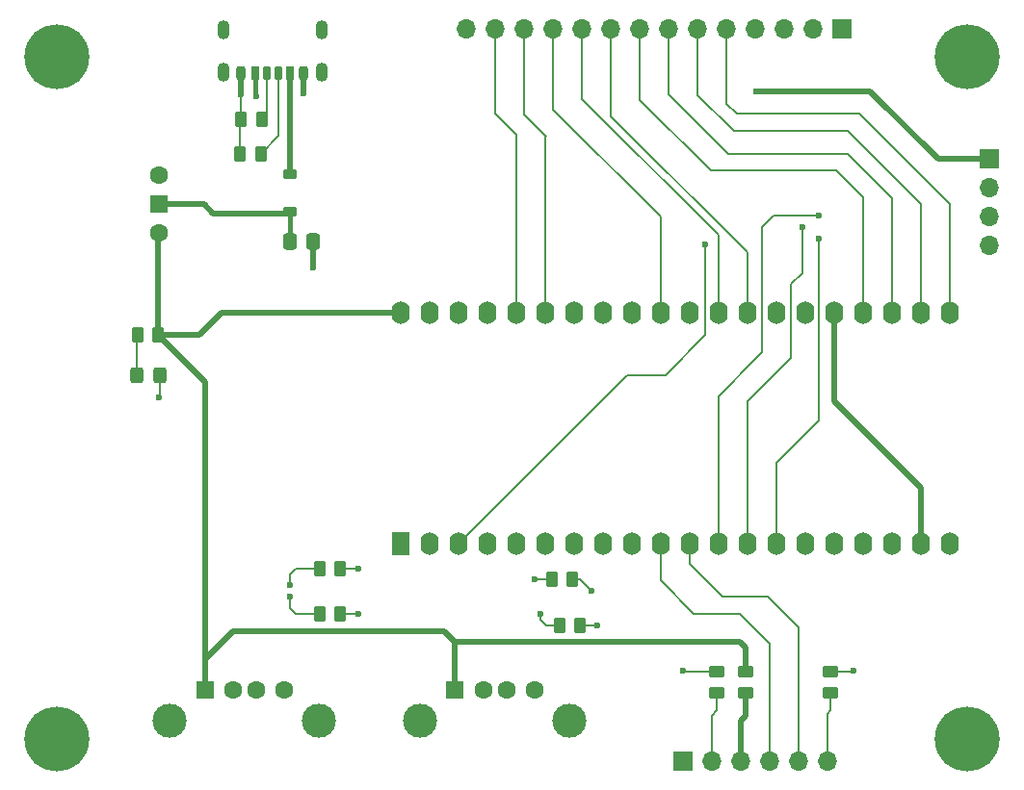
<source format=gbr>
%TF.GenerationSoftware,KiCad,Pcbnew,8.0.3*%
%TF.CreationDate,2024-07-25T17:47:04+02:00*%
%TF.ProjectId,nanoComp,6e616e6f-436f-46d7-902e-6b696361645f,A*%
%TF.SameCoordinates,Original*%
%TF.FileFunction,Copper,L1,Top*%
%TF.FilePolarity,Positive*%
%FSLAX46Y46*%
G04 Gerber Fmt 4.6, Leading zero omitted, Abs format (unit mm)*
G04 Created by KiCad (PCBNEW 8.0.3) date 2024-07-25 17:47:04*
%MOMM*%
%LPD*%
G01*
G04 APERTURE LIST*
G04 Aperture macros list*
%AMRoundRect*
0 Rectangle with rounded corners*
0 $1 Rounding radius*
0 $2 $3 $4 $5 $6 $7 $8 $9 X,Y pos of 4 corners*
0 Add a 4 corners polygon primitive as box body*
4,1,4,$2,$3,$4,$5,$6,$7,$8,$9,$2,$3,0*
0 Add four circle primitives for the rounded corners*
1,1,$1+$1,$2,$3*
1,1,$1+$1,$4,$5*
1,1,$1+$1,$6,$7*
1,1,$1+$1,$8,$9*
0 Add four rect primitives between the rounded corners*
20,1,$1+$1,$2,$3,$4,$5,0*
20,1,$1+$1,$4,$5,$6,$7,0*
20,1,$1+$1,$6,$7,$8,$9,0*
20,1,$1+$1,$8,$9,$2,$3,0*%
G04 Aperture macros list end*
%TA.AperFunction,SMDPad,CuDef*%
%ADD10RoundRect,0.250000X0.262500X0.450000X-0.262500X0.450000X-0.262500X-0.450000X0.262500X-0.450000X0*%
%TD*%
%TA.AperFunction,SMDPad,CuDef*%
%ADD11RoundRect,0.250000X-0.262500X-0.450000X0.262500X-0.450000X0.262500X0.450000X-0.262500X0.450000X0*%
%TD*%
%TA.AperFunction,SMDPad,CuDef*%
%ADD12RoundRect,0.175000X0.175000X0.425000X-0.175000X0.425000X-0.175000X-0.425000X0.175000X-0.425000X0*%
%TD*%
%TA.AperFunction,SMDPad,CuDef*%
%ADD13RoundRect,0.190000X-0.190000X-0.410000X0.190000X-0.410000X0.190000X0.410000X-0.190000X0.410000X0*%
%TD*%
%TA.AperFunction,SMDPad,CuDef*%
%ADD14RoundRect,0.200000X-0.200000X-0.400000X0.200000X-0.400000X0.200000X0.400000X-0.200000X0.400000X0*%
%TD*%
%TA.AperFunction,SMDPad,CuDef*%
%ADD15RoundRect,0.175000X-0.175000X-0.425000X0.175000X-0.425000X0.175000X0.425000X-0.175000X0.425000X0*%
%TD*%
%TA.AperFunction,SMDPad,CuDef*%
%ADD16RoundRect,0.190000X0.190000X0.410000X-0.190000X0.410000X-0.190000X-0.410000X0.190000X-0.410000X0*%
%TD*%
%TA.AperFunction,SMDPad,CuDef*%
%ADD17RoundRect,0.200000X0.200000X0.400000X-0.200000X0.400000X-0.200000X-0.400000X0.200000X-0.400000X0*%
%TD*%
%TA.AperFunction,ComponentPad*%
%ADD18O,1.100000X1.700000*%
%TD*%
%TA.AperFunction,ComponentPad*%
%ADD19R,1.700000X1.700000*%
%TD*%
%TA.AperFunction,ComponentPad*%
%ADD20O,1.700000X1.700000*%
%TD*%
%TA.AperFunction,SMDPad,CuDef*%
%ADD21RoundRect,0.250000X-0.337500X-0.475000X0.337500X-0.475000X0.337500X0.475000X-0.337500X0.475000X0*%
%TD*%
%TA.AperFunction,ComponentPad*%
%ADD22R,1.600000X1.500000*%
%TD*%
%TA.AperFunction,ComponentPad*%
%ADD23C,1.600000*%
%TD*%
%TA.AperFunction,ComponentPad*%
%ADD24C,3.000000*%
%TD*%
%TA.AperFunction,ComponentPad*%
%ADD25C,5.700000*%
%TD*%
%TA.AperFunction,ComponentPad*%
%ADD26R,1.500000X2.000000*%
%TD*%
%TA.AperFunction,ComponentPad*%
%ADD27O,1.600000X2.000000*%
%TD*%
%TA.AperFunction,SMDPad,CuDef*%
%ADD28RoundRect,0.250000X0.325000X0.450000X-0.325000X0.450000X-0.325000X-0.450000X0.325000X-0.450000X0*%
%TD*%
%TA.AperFunction,SMDPad,CuDef*%
%ADD29RoundRect,0.250000X0.450000X-0.262500X0.450000X0.262500X-0.450000X0.262500X-0.450000X-0.262500X0*%
%TD*%
%TA.AperFunction,SMDPad,CuDef*%
%ADD30RoundRect,0.250000X-0.450000X0.262500X-0.450000X-0.262500X0.450000X-0.262500X0.450000X0.262500X0*%
%TD*%
%TA.AperFunction,SMDPad,CuDef*%
%ADD31RoundRect,0.225000X0.375000X-0.225000X0.375000X0.225000X-0.375000X0.225000X-0.375000X-0.225000X0*%
%TD*%
%TA.AperFunction,ComponentPad*%
%ADD32R,1.500000X1.500000*%
%TD*%
%TA.AperFunction,ViaPad*%
%ADD33C,0.600000*%
%TD*%
%TA.AperFunction,Conductor*%
%ADD34C,0.200000*%
%TD*%
%TA.AperFunction,Conductor*%
%ADD35C,0.500000*%
%TD*%
%TA.AperFunction,Conductor*%
%ADD36C,0.400000*%
%TD*%
G04 APERTURE END LIST*
D10*
%TO.P,R10,1*%
%TO.N,/USB_B_D-*%
X130325000Y-110000000D03*
%TO.P,R10,2*%
%TO.N,GND*%
X128500000Y-110000000D03*
%TD*%
D11*
%TO.P,R9,1*%
%TO.N,/USB_B_D+*%
X129175000Y-114000000D03*
%TO.P,R9,2*%
%TO.N,GND*%
X131000000Y-114000000D03*
%TD*%
%TO.P,R8,1*%
%TO.N,/USB_A_D-*%
X108087500Y-109000000D03*
%TO.P,R8,2*%
%TO.N,GND*%
X109912500Y-109000000D03*
%TD*%
%TO.P,R7,1*%
%TO.N,/USB_A_D+*%
X108087500Y-113000000D03*
%TO.P,R7,2*%
%TO.N,GND*%
X109912500Y-113000000D03*
%TD*%
D12*
%TO.P,J1,A5,CC1*%
%TO.N,Net-(J1-CC1)*%
X104447427Y-65461348D03*
D13*
%TO.P,J1,A9,VBUS*%
%TO.N,Net-(D1-A)*%
X102427427Y-65461348D03*
D14*
%TO.P,J1,A12,GND*%
%TO.N,GND*%
X101197427Y-65461348D03*
D15*
%TO.P,J1,B5,CC2*%
%TO.N,Net-(J1-CC2)*%
X103447427Y-65461348D03*
D16*
%TO.P,J1,B9,VBUS*%
%TO.N,Net-(D1-A)*%
X105467427Y-65461348D03*
D17*
%TO.P,J1,B12,GND*%
%TO.N,GND*%
X106697427Y-65461348D03*
D18*
%TO.P,J1,S1,SHIELD*%
X108267427Y-65381348D03*
X108267427Y-61581348D03*
X99627427Y-65381348D03*
X99627427Y-61581348D03*
%TD*%
D19*
%TO.P,J5,1,Pin_1*%
%TO.N,/GPIO0*%
X154040000Y-61500000D03*
D20*
%TO.P,J5,2,Pin_2*%
%TO.N,/GPIO1*%
X151500000Y-61500000D03*
%TO.P,J5,3,Pin_3*%
%TO.N,/GPIO2*%
X148960000Y-61500000D03*
%TO.P,J5,4,Pin_4*%
%TO.N,/GPIO3*%
X146420000Y-61500000D03*
%TO.P,J5,5,Pin_5*%
%TO.N,/GPIO4*%
X143880000Y-61500000D03*
%TO.P,J5,6,Pin_6*%
%TO.N,/GPIO5*%
X141340000Y-61500000D03*
%TO.P,J5,7,Pin_7*%
%TO.N,/GPIO6*%
X138800000Y-61500000D03*
%TO.P,J5,8,Pin_8*%
%TO.N,/GPIO7*%
X136260000Y-61500000D03*
%TO.P,J5,9,Pin_9*%
%TO.N,/GPIO8*%
X133720000Y-61500000D03*
%TO.P,J5,10,Pin_10*%
%TO.N,/GPIO9*%
X131180000Y-61500000D03*
%TO.P,J5,11,Pin_11*%
%TO.N,/GPIO10*%
X128640000Y-61500000D03*
%TO.P,J5,12,Pin_12*%
%TO.N,/GPIO11*%
X126100000Y-61500000D03*
%TO.P,J5,13,Pin_13*%
%TO.N,/GPIO12*%
X123560000Y-61500000D03*
%TO.P,J5,14,Pin_14*%
%TO.N,GND*%
X121020000Y-61500000D03*
%TD*%
D19*
%TO.P,J6,1,Pin_1*%
%TO.N,VCC*%
X167000000Y-72960000D03*
D20*
%TO.P,J6,2,Pin_2*%
%TO.N,GND*%
X167000000Y-75500000D03*
%TO.P,J6,3,Pin_3*%
%TO.N,3V3*%
X167000000Y-78040000D03*
%TO.P,J6,4,Pin_4*%
%TO.N,GND*%
X167000000Y-80580000D03*
%TD*%
D21*
%TO.P,C1,1*%
%TO.N,Net-(D1-K)*%
X105462500Y-80250000D03*
%TO.P,C1,2*%
%TO.N,GND*%
X107537500Y-80250000D03*
%TD*%
D22*
%TO.P,J3,1,VBUS*%
%TO.N,VCC*%
X120000000Y-119700000D03*
D23*
%TO.P,J3,2,D-*%
%TO.N,/USB_B_D-*%
X122500000Y-119700000D03*
%TO.P,J3,3,D+*%
%TO.N,/USB_B_D+*%
X124500000Y-119700000D03*
%TO.P,J3,4,GND*%
%TO.N,GND*%
X127000000Y-119700000D03*
D24*
%TO.P,J3,5,Shield*%
X116930000Y-122410000D03*
X130070000Y-122410000D03*
%TD*%
D25*
%TO.P,H2,1,1*%
%TO.N,GND*%
X85000000Y-124000000D03*
%TD*%
D22*
%TO.P,J2,1,VBUS*%
%TO.N,VCC*%
X98000000Y-119700000D03*
D23*
%TO.P,J2,2,D-*%
%TO.N,/USB_A_D-*%
X100500000Y-119700000D03*
%TO.P,J2,3,D+*%
%TO.N,/USB_A_D+*%
X102500000Y-119700000D03*
%TO.P,J2,4,GND*%
%TO.N,GND*%
X105000000Y-119700000D03*
D24*
%TO.P,J2,5,Shield*%
X94930000Y-122410000D03*
X108070000Y-122410000D03*
%TD*%
D19*
%TO.P,J4,1,Pin_1*%
%TO.N,GND*%
X140000000Y-126000000D03*
D20*
%TO.P,J4,2,Pin_2*%
%TO.N,/CTS#*%
X142540000Y-126000000D03*
%TO.P,J4,3,Pin_3*%
%TO.N,Net-(J4-Pin_3)*%
X145080000Y-126000000D03*
%TO.P,J4,4,Pin_4*%
%TO.N,/TXD*%
X147620000Y-126000000D03*
%TO.P,J4,5,Pin_5*%
%TO.N,/RXD*%
X150160000Y-126000000D03*
%TO.P,J4,6,Pin_6*%
%TO.N,/RTS#*%
X152700000Y-126000000D03*
%TD*%
D10*
%TO.P,R1,1*%
%TO.N,Net-(J1-CC2)*%
X103000000Y-69500000D03*
%TO.P,R1,2*%
%TO.N,GND*%
X101175000Y-69500000D03*
%TD*%
%TO.P,R3,1*%
%TO.N,VCC*%
X93912500Y-88500000D03*
%TO.P,R3,2*%
%TO.N,Net-(D2-A)*%
X92087500Y-88500000D03*
%TD*%
D25*
%TO.P,H1,1,1*%
%TO.N,GND*%
X85000000Y-64000000D03*
%TD*%
%TO.P,H3,1,1*%
%TO.N,GND*%
X165000000Y-124000000D03*
%TD*%
D26*
%TO.P,U1,1,IOT40A*%
%TO.N,/USB_A_D-*%
X115220000Y-106820000D03*
D27*
%TO.P,U1,2,IOT34B*%
%TO.N,/USB_A_D+*%
X117760000Y-106820000D03*
%TO.P,U1,3,IOT34A*%
%TO.N,/GPIO3*%
X120300000Y-106820000D03*
%TO.P,U1,4,IOT4B*%
%TO.N,unconnected-(U1-IOT4B-Pad4)*%
X122840000Y-106820000D03*
%TO.P,U1,5,IOT30A*%
%TO.N,unconnected-(U1-IOT30A-Pad5)*%
X125380000Y-106820000D03*
%TO.P,U1,6,IOL47A*%
%TO.N,unconnected-(U1-IOL47A-Pad6)*%
X127920000Y-106820000D03*
%TO.P,U1,7,IOL47B*%
%TO.N,unconnected-(U1-IOL47B-Pad7)*%
X130460000Y-106820000D03*
%TO.P,U1,8,IOB8A*%
%TO.N,/USB_B_D-*%
X133000000Y-106820000D03*
%TO.P,U1,9,IOB8B*%
%TO.N,/USB_B_D+*%
X135540000Y-106820000D03*
%TO.P,U1,10,IOB6A*%
%TO.N,/TXD*%
X138080000Y-106820000D03*
%TO.P,U1,11,IOB6B*%
%TO.N,/RXD*%
X140620000Y-106820000D03*
%TO.P,U1,12,IOB14A*%
%TO.N,/GPIO0*%
X143160000Y-106820000D03*
%TO.P,U1,13,IOB14B*%
%TO.N,/GPIO1*%
X145700000Y-106820000D03*
%TO.P,U1,14,IOB29A*%
%TO.N,/GPIO2*%
X148240000Y-106820000D03*
%TO.P,U1,15,IOL49A*%
%TO.N,unconnected-(U1-IOL49A-Pad15)*%
X150780000Y-106820000D03*
%TO.P,U1,16,IOL51B*%
%TO.N,unconnected-(U1-IOL51B-Pad16)*%
X153320000Y-106820000D03*
%TO.P,U1,17,IOL51A*%
%TO.N,unconnected-(U1-IOL51A-Pad17)*%
X155860000Y-106820000D03*
%TO.P,U1,18,IOL49B*%
%TO.N,unconnected-(U1-IOL49B-Pad18)*%
X158400000Y-106820000D03*
%TO.P,U1,19,3V3*%
%TO.N,3V3*%
X160940000Y-106820000D03*
%TO.P,U1,20,GND*%
%TO.N,GND*%
X163480000Y-106820000D03*
%TO.P,U1,21,IOR39A*%
%TO.N,/GPIO4*%
X163480000Y-86500000D03*
%TO.P,U1,22,IOR38B*%
%TO.N,/GPIO5*%
X160940000Y-86500000D03*
%TO.P,U1,23,IOT44A*%
%TO.N,/GPIO6*%
X158400000Y-86500000D03*
%TO.P,U1,24,IOT40B*%
%TO.N,/GPIO7*%
X155860000Y-86500000D03*
%TO.P,U1,25,3V3*%
%TO.N,3V3*%
X153320000Y-86500000D03*
%TO.P,U1,26,GND*%
%TO.N,GND*%
X150780000Y-86500000D03*
%TO.P,U1,27,IOT27B*%
%TO.N,unconnected-(U1-IOT27B-Pad27)*%
X148240000Y-86500000D03*
%TO.P,U1,28,IOT4A*%
%TO.N,/GPIO8*%
X145700000Y-86500000D03*
%TO.P,U1,29,IOR49A*%
%TO.N,/GPIO9*%
X143160000Y-86500000D03*
%TO.P,U1,30,IOR36B*%
%TO.N,unconnected-(U1-IOR36B-Pad30)*%
X140620000Y-86500000D03*
%TO.P,U1,31,IOR49B*%
%TO.N,/GPIO10*%
X138080000Y-86500000D03*
%TO.P,U1,32,IOR45A*%
%TO.N,unconnected-(U1-IOR45A-Pad32)*%
X135540000Y-86500000D03*
%TO.P,U1,33,IOR38A*%
%TO.N,unconnected-(U1-IOR38A-Pad33)*%
X133000000Y-86500000D03*
%TO.P,U1,34,IOR36A*%
%TO.N,unconnected-(U1-IOR36A-Pad34)*%
X130460000Y-86500000D03*
%TO.P,U1,35,IOB43A*%
%TO.N,/GPIO11*%
X127920000Y-86500000D03*
%TO.P,U1,36,IOB42B*%
%TO.N,/GPIO12*%
X125380000Y-86500000D03*
%TO.P,U1,37,IOT27A*%
%TO.N,unconnected-(U1-IOT27A-Pad37)*%
X122840000Y-86500000D03*
%TO.P,U1,38,IOT30B*%
%TO.N,unconnected-(U1-IOT30B-Pad38)*%
X120300000Y-86500000D03*
%TO.P,U1,39,GND*%
%TO.N,GND*%
X117760000Y-86500000D03*
%TO.P,U1,40,5V*%
%TO.N,VCC*%
X115220000Y-86500000D03*
%TD*%
D28*
%TO.P,D2,1,K*%
%TO.N,GND*%
X94050000Y-92000000D03*
%TO.P,D2,2,A*%
%TO.N,Net-(D2-A)*%
X92000000Y-92000000D03*
%TD*%
D29*
%TO.P,R4,1*%
%TO.N,Net-(J4-Pin_3)*%
X145500000Y-119912500D03*
%TO.P,R4,2*%
%TO.N,VCC*%
X145500000Y-118087500D03*
%TD*%
D30*
%TO.P,R5,1*%
%TO.N,GND*%
X153000000Y-118087500D03*
%TO.P,R5,2*%
%TO.N,/RTS#*%
X153000000Y-119912500D03*
%TD*%
D31*
%TO.P,D1,1,K*%
%TO.N,Net-(D1-K)*%
X105500000Y-77650000D03*
%TO.P,D1,2,A*%
%TO.N,Net-(D1-A)*%
X105500000Y-74350000D03*
%TD*%
D25*
%TO.P,H4,1,1*%
%TO.N,GND*%
X165000000Y-64000000D03*
%TD*%
D10*
%TO.P,R2,1*%
%TO.N,Net-(J1-CC1)*%
X102912500Y-72500000D03*
%TO.P,R2,2*%
%TO.N,GND*%
X101087500Y-72500000D03*
%TD*%
D32*
%TO.P,SW1,1,B*%
%TO.N,Net-(D1-K)*%
X94000000Y-76960000D03*
D23*
%TO.P,SW1,2,C*%
%TO.N,unconnected-(SW1-C-Pad2)*%
X94000000Y-74420000D03*
%TO.P,SW1,3,A*%
%TO.N,VCC*%
X94000000Y-79500000D03*
%TD*%
D30*
%TO.P,R6,1*%
%TO.N,GND*%
X143000000Y-118087500D03*
%TO.P,R6,2*%
%TO.N,/CTS#*%
X143000000Y-119912500D03*
%TD*%
D33*
%TO.N,/USB_B_D+*%
X127500000Y-113000000D03*
%TO.N,GND*%
X132500000Y-114000000D03*
X127000000Y-110000000D03*
%TO.N,/USB_B_D-*%
X132000000Y-111000000D03*
%TO.N,/USB_A_D+*%
X105500000Y-111500000D03*
%TO.N,GND*%
X111500000Y-113000000D03*
X111500000Y-109000000D03*
%TO.N,/USB_A_D-*%
X105500000Y-110500000D03*
%TO.N,GND*%
X101197427Y-67302573D03*
X155000000Y-118000000D03*
X140000000Y-118000000D03*
X107500000Y-82500000D03*
X94000000Y-94000000D03*
X106697427Y-67197427D03*
%TO.N,Net-(D1-A)*%
X105500000Y-67500000D03*
X102500000Y-67500000D03*
%TO.N,VCC*%
X146500000Y-67000000D03*
%TO.N,/GPIO0*%
X152000000Y-78000000D03*
%TO.N,/GPIO1*%
X150500000Y-79000000D03*
%TO.N,/GPIO3*%
X142000000Y-80500000D03*
%TO.N,/GPIO2*%
X152000000Y-80000000D03*
%TD*%
D34*
%TO.N,/USB_B_D+*%
X128000000Y-114000000D02*
X127500000Y-113500000D01*
X129175000Y-114000000D02*
X128000000Y-114000000D01*
X127500000Y-113500000D02*
X127500000Y-113000000D01*
%TO.N,GND*%
X131000000Y-114000000D02*
X132500000Y-114000000D01*
X128500000Y-110000000D02*
X127000000Y-110000000D01*
%TO.N,/USB_B_D-*%
X130325000Y-110000000D02*
X131000000Y-110000000D01*
X131000000Y-110000000D02*
X132000000Y-111000000D01*
%TO.N,/USB_A_D+*%
X106000000Y-113000000D02*
X105500000Y-112500000D01*
X108087500Y-113000000D02*
X106000000Y-113000000D01*
X105500000Y-112500000D02*
X105500000Y-111500000D01*
%TO.N,GND*%
X109912500Y-113000000D02*
X111500000Y-113000000D01*
X109912500Y-109000000D02*
X111500000Y-109000000D01*
%TO.N,/USB_A_D-*%
X106000000Y-109000000D02*
X105500000Y-109500000D01*
X105500000Y-109500000D02*
X105500000Y-110500000D01*
X108087500Y-109000000D02*
X106000000Y-109000000D01*
D35*
%TO.N,Net-(D1-K)*%
X105500000Y-77750000D02*
X98750000Y-77750000D01*
D34*
X105500000Y-77750000D02*
X105500000Y-77500000D01*
D36*
X105462500Y-78537500D02*
X105462500Y-80250000D01*
D35*
X98750000Y-77750000D02*
X97960000Y-76960000D01*
D36*
X105500000Y-77750000D02*
X105500000Y-78500000D01*
D35*
X97960000Y-76960000D02*
X94000000Y-76960000D01*
D34*
X105500000Y-78500000D02*
X105462500Y-78537500D01*
%TO.N,GND*%
X153000000Y-118087500D02*
X154912500Y-118087500D01*
X140087500Y-118087500D02*
X140000000Y-118000000D01*
X107537500Y-82462500D02*
X107500000Y-82500000D01*
D35*
X106697427Y-67197427D02*
X106697427Y-65461348D01*
D34*
X101175000Y-67325000D02*
X101197427Y-67302573D01*
D35*
X101197427Y-67302573D02*
X101197427Y-65461348D01*
D34*
X94050000Y-93950000D02*
X94000000Y-94000000D01*
X101175000Y-69500000D02*
X101175000Y-67325000D01*
X101087500Y-69587500D02*
X101175000Y-69500000D01*
X154912500Y-118087500D02*
X155000000Y-118000000D01*
D35*
X107537500Y-80250000D02*
X107537500Y-82462500D01*
D34*
X101087500Y-72500000D02*
X101087500Y-69587500D01*
X143000000Y-118087500D02*
X140087500Y-118087500D01*
X94050000Y-92000000D02*
X94050000Y-93950000D01*
D36*
%TO.N,Net-(D1-A)*%
X102427427Y-65461348D02*
X102427427Y-67427427D01*
D34*
X102427427Y-67427427D02*
X102500000Y-67500000D01*
D35*
X105467427Y-74317427D02*
X105500000Y-74350000D01*
X105467427Y-65461348D02*
X105467427Y-74317427D01*
D34*
%TO.N,Net-(D2-A)*%
X92000000Y-88500000D02*
X92000000Y-92000000D01*
X92087500Y-88500000D02*
X92000000Y-88500000D01*
D35*
%TO.N,VCC*%
X120000000Y-115500000D02*
X119000000Y-114500000D01*
D34*
X94000000Y-80000000D02*
X93912500Y-80087500D01*
D35*
X145500000Y-118087500D02*
X145500000Y-116000000D01*
X145500000Y-116000000D02*
X145000000Y-115500000D01*
X97500000Y-88500000D02*
X93912500Y-88500000D01*
X115220000Y-86500000D02*
X99500000Y-86500000D01*
X120000000Y-119140000D02*
X120000000Y-115500000D01*
D34*
X98000000Y-117000000D02*
X98000000Y-119140000D01*
D35*
X162460000Y-72960000D02*
X167000000Y-72960000D01*
X145000000Y-115500000D02*
X120000000Y-115500000D01*
D34*
X94000000Y-79500000D02*
X94000000Y-80000000D01*
D35*
X146500000Y-67000000D02*
X156500000Y-67000000D01*
X119000000Y-114500000D02*
X100500000Y-114500000D01*
X156500000Y-67000000D02*
X162460000Y-72960000D01*
X100500000Y-114500000D02*
X98000000Y-117000000D01*
X93912500Y-80087500D02*
X93912500Y-88500000D01*
X99500000Y-86500000D02*
X97500000Y-88500000D01*
X98000000Y-119140000D02*
X98000000Y-92587500D01*
X98000000Y-92587500D02*
X93912500Y-88500000D01*
D34*
%TO.N,Net-(J1-CC2)*%
X103447427Y-69052573D02*
X103000000Y-69500000D01*
X103447427Y-65461348D02*
X103447427Y-69052573D01*
%TO.N,Net-(J1-CC1)*%
X104447427Y-65461348D02*
X104447427Y-70965073D01*
X104447427Y-70965073D02*
X102912500Y-72500000D01*
%TO.N,/RTS#*%
X153000000Y-121500000D02*
X153000000Y-119912500D01*
X152700000Y-126000000D02*
X152700000Y-121800000D01*
X152700000Y-121800000D02*
X153000000Y-121500000D01*
%TO.N,/RXD*%
X147500000Y-111500000D02*
X150160000Y-114160000D01*
X140620000Y-106820000D02*
X140620000Y-108620000D01*
X143500000Y-111500000D02*
X147500000Y-111500000D01*
X140620000Y-108620000D02*
X143500000Y-111500000D01*
X150160000Y-114160000D02*
X150160000Y-126000000D01*
%TO.N,/TXD*%
X147620000Y-115620000D02*
X145000000Y-113000000D01*
X138080000Y-110080000D02*
X138080000Y-106820000D01*
X147620000Y-126000000D02*
X147620000Y-115620000D01*
X145000000Y-113000000D02*
X141000000Y-113000000D01*
X141000000Y-113000000D02*
X138080000Y-110080000D01*
%TO.N,/CTS#*%
X142540000Y-126000000D02*
X142540000Y-121960000D01*
X142540000Y-121960000D02*
X143000000Y-121500000D01*
X143000000Y-121500000D02*
X143000000Y-119912500D01*
D35*
%TO.N,Net-(J4-Pin_3)*%
X145080000Y-122420000D02*
X145500000Y-122000000D01*
X145500000Y-122000000D02*
X145500000Y-119912500D01*
X145080000Y-126000000D02*
X145080000Y-122420000D01*
D34*
%TO.N,/GPIO8*%
X145700000Y-81200000D02*
X145700000Y-86500000D01*
X133720000Y-69220000D02*
X145700000Y-81200000D01*
X133720000Y-61500000D02*
X133720000Y-69220000D01*
%TO.N,/GPIO4*%
X163480000Y-76980000D02*
X155500000Y-69000000D01*
X143880000Y-68130000D02*
X143880000Y-61500000D01*
X144750000Y-69000000D02*
X143880000Y-68130000D01*
X163480000Y-86500000D02*
X163480000Y-76980000D01*
X155500000Y-69000000D02*
X144750000Y-69000000D01*
%TO.N,/GPIO9*%
X143160000Y-79660000D02*
X143160000Y-86500000D01*
X131180000Y-67680000D02*
X143160000Y-79660000D01*
X131180000Y-61500000D02*
X131180000Y-67680000D01*
%TO.N,/GPIO12*%
X125380000Y-70880000D02*
X123500000Y-69000000D01*
X123560000Y-67940000D02*
X123560000Y-61500000D01*
X123500000Y-69000000D02*
X123500000Y-68000000D01*
X125380000Y-86500000D02*
X125380000Y-70880000D01*
X123500000Y-68000000D02*
X123560000Y-67940000D01*
%TO.N,/GPIO0*%
X143160000Y-106820000D02*
X143160000Y-93840000D01*
X147000000Y-90000000D02*
X147000000Y-84000000D01*
X146500000Y-90500000D02*
X147000000Y-90000000D01*
X147000000Y-79000000D02*
X148000000Y-78000000D01*
X147000000Y-84000000D02*
X147000000Y-79000000D01*
X143160000Y-93840000D02*
X146500000Y-90500000D01*
X148000000Y-78000000D02*
X152000000Y-78000000D01*
%TO.N,/GPIO5*%
X141340000Y-61500000D02*
X141340000Y-67340000D01*
X160940000Y-76940000D02*
X160940000Y-86500000D01*
X154500000Y-70500000D02*
X160940000Y-76940000D01*
X144500000Y-70500000D02*
X154500000Y-70500000D01*
X141340000Y-67340000D02*
X144500000Y-70500000D01*
%TO.N,/GPIO7*%
X153500000Y-74000000D02*
X155860000Y-76360000D01*
X136260000Y-67760000D02*
X142500000Y-74000000D01*
X142500000Y-74000000D02*
X153500000Y-74000000D01*
X136260000Y-61500000D02*
X136260000Y-67760000D01*
X155860000Y-76360000D02*
X155860000Y-86500000D01*
%TO.N,/GPIO1*%
X149500000Y-84000000D02*
X150500000Y-83000000D01*
X145700000Y-106820000D02*
X145700000Y-94300000D01*
X150500000Y-83000000D02*
X150500000Y-79000000D01*
X145700000Y-94300000D02*
X149500000Y-90500000D01*
X149500000Y-90500000D02*
X149500000Y-84000000D01*
%TO.N,/GPIO10*%
X138080000Y-78080000D02*
X138080000Y-86500000D01*
X128640000Y-68640000D02*
X138080000Y-78080000D01*
X128640000Y-61500000D02*
X128640000Y-68640000D01*
%TO.N,/GPIO3*%
X135120000Y-92000000D02*
X138500000Y-92000000D01*
X120300000Y-106820000D02*
X135120000Y-92000000D01*
X138500000Y-92000000D02*
X142000000Y-88500000D01*
X142000000Y-88500000D02*
X142000000Y-80500000D01*
%TO.N,/GPIO2*%
X152000000Y-96000000D02*
X152000000Y-80000000D01*
X148240000Y-99760000D02*
X152000000Y-96000000D01*
X148240000Y-106820000D02*
X148240000Y-99760000D01*
%TO.N,/GPIO11*%
X127920000Y-71080000D02*
X127920000Y-86500000D01*
X126100000Y-61500000D02*
X126100000Y-69100000D01*
X128000000Y-71000000D02*
X127920000Y-71080000D01*
X126100000Y-69100000D02*
X128000000Y-71000000D01*
%TO.N,/GPIO6*%
X138800000Y-67300000D02*
X138800000Y-61500000D01*
X158400000Y-76400000D02*
X154500000Y-72500000D01*
X154500000Y-72500000D02*
X144000000Y-72500000D01*
X144000000Y-72500000D02*
X138800000Y-67300000D01*
X158400000Y-86500000D02*
X158400000Y-76400000D01*
D35*
%TO.N,3V3*%
X160940000Y-106820000D02*
X160940000Y-101940000D01*
X153320000Y-94320000D02*
X153320000Y-86500000D01*
X160940000Y-101940000D02*
X153320000Y-94320000D01*
%TD*%
M02*

</source>
